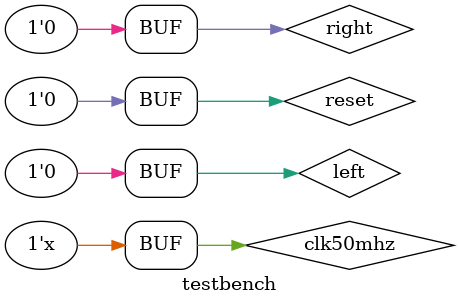
<source format=v>
`timescale 1ns / 1ps

module testbench(
    );
	reg clk50mhz;
	reg reset;
	reg left;
	reg right;
	//reg [2:0]rgb_in;
   //input green_in,
   //input blue_in,
	//input reset,
	wire red_out;
   wire green_out;
   wire blue_out;
	wire hsync;
	wire vsync;
	Main m(clk50mhz,reset,left,right,red_out,green_out,blue_out,hsync,vsync);
	//VGA_LOGIC vga(clk50mhz,rgb_in, red_out,green_out,blue_out,hsync,vsync,hcount,vcount);
	//reg [13:0] address;
	//wire [2:0]data;
	//rom_Bars rom (address, data);
	initial 
	begin
		clk50mhz=0;
		//address =0;
		reset =0;
		left =0;
		right =0;
		//rgb_in[0]=1;
		//rgb_in[1]=1;
		//rgb_in[2]=1;
	end	
	always 
	begin
		#10
		clk50mhz = !clk50mhz;
	end

endmodule

</source>
